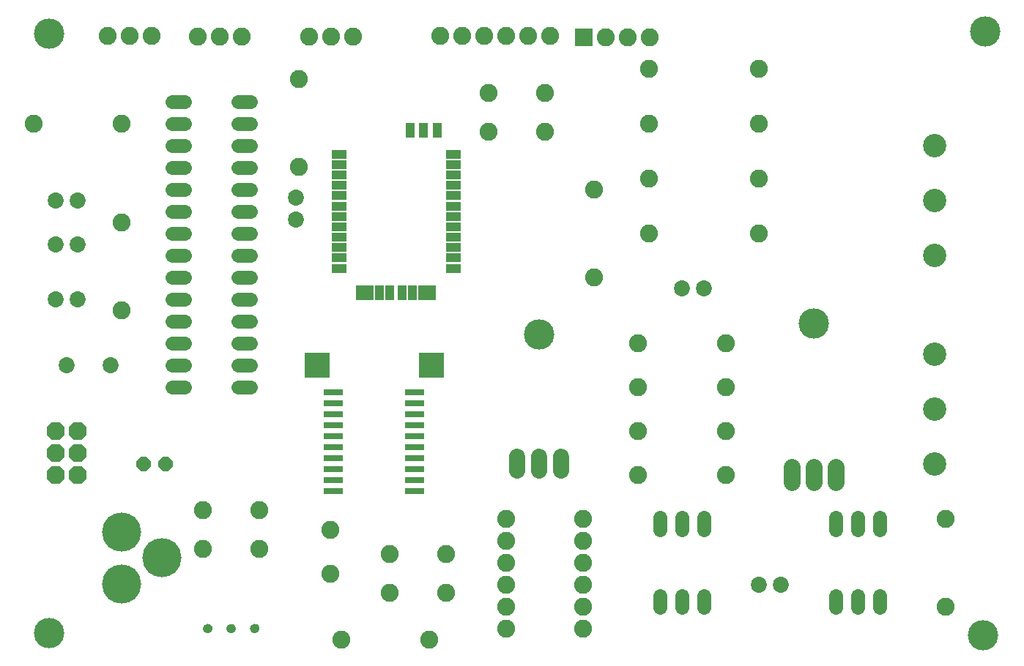
<source format=gts>
G75*
G70*
%OFA0B0*%
%FSLAX24Y24*%
%IPPOS*%
%LPD*%
%AMOC8*
5,1,8,0,0,1.08239X$1,22.5*
%
%ADD10C,0.0640*%
%ADD11OC8,0.0820*%
%ADD12C,0.0820*%
%ADD13C,0.1780*%
%ADD14C,0.0730*%
%ADD15C,0.0050*%
%ADD16OC8,0.0640*%
%ADD17R,0.0710X0.0395*%
%ADD18R,0.0395X0.0710*%
%ADD19C,0.0720*%
%ADD20C,0.1380*%
%ADD21C,0.0760*%
%ADD22C,0.1064*%
%ADD23R,0.1175X0.1175*%
%ADD24R,0.0860X0.0289*%
%ADD25R,0.0820X0.0820*%
D10*
X007421Y013101D02*
X007981Y013101D01*
X007981Y014101D02*
X007421Y014101D01*
X007421Y015101D02*
X007981Y015101D01*
X007981Y016101D02*
X007421Y016101D01*
X007421Y017101D02*
X007981Y017101D01*
X007981Y018101D02*
X007421Y018101D01*
X007421Y019101D02*
X007981Y019101D01*
X007981Y020101D02*
X007421Y020101D01*
X007421Y021101D02*
X007981Y021101D01*
X007981Y022101D02*
X007421Y022101D01*
X007421Y023101D02*
X007981Y023101D01*
X007981Y024101D02*
X007421Y024101D01*
X007421Y025101D02*
X007981Y025101D01*
X007981Y026101D02*
X007421Y026101D01*
X010421Y026101D02*
X010981Y026101D01*
X010981Y025101D02*
X010421Y025101D01*
X010421Y024101D02*
X010981Y024101D01*
X010981Y023101D02*
X010421Y023101D01*
X010421Y022101D02*
X010981Y022101D01*
X010981Y021101D02*
X010421Y021101D01*
X010421Y020101D02*
X010981Y020101D01*
X010981Y019101D02*
X010421Y019101D01*
X010421Y018101D02*
X010981Y018101D01*
X010981Y017101D02*
X010421Y017101D01*
X010421Y016101D02*
X010981Y016101D01*
X010981Y015101D02*
X010421Y015101D01*
X010421Y014101D02*
X010981Y014101D01*
X010981Y013101D02*
X010421Y013101D01*
X029601Y007161D02*
X029601Y006601D01*
X030601Y006601D02*
X030601Y007161D01*
X031601Y007161D02*
X031601Y006601D01*
X031601Y003601D02*
X031601Y003041D01*
X030601Y003041D02*
X030601Y003601D01*
X029601Y003601D02*
X029601Y003041D01*
X037601Y003041D02*
X037601Y003601D01*
X038601Y003601D02*
X038601Y003041D01*
X039601Y003041D02*
X039601Y003601D01*
X039601Y006601D02*
X039601Y007161D01*
X038601Y007161D02*
X038601Y006601D01*
X037601Y006601D02*
X037601Y007161D01*
D11*
X003101Y009101D03*
X002101Y009101D03*
X002101Y010101D03*
X003101Y010101D03*
X003101Y011101D03*
X002101Y011101D03*
D12*
X008821Y007491D03*
X011381Y007491D03*
X011381Y005711D03*
X008821Y005711D03*
X014601Y006601D03*
X017321Y005491D03*
X017321Y003711D03*
X019881Y003711D03*
X022601Y004101D03*
X022601Y005101D03*
X022601Y006101D03*
X022601Y007101D03*
X019881Y005491D03*
X022601Y003101D03*
X022601Y002101D03*
X019101Y001601D03*
X015101Y001601D03*
X014601Y004601D03*
X026101Y005101D03*
X026101Y006101D03*
X026101Y007101D03*
X028601Y009101D03*
X028601Y011101D03*
X028601Y013101D03*
X028601Y015101D03*
X032601Y015101D03*
X032601Y013101D03*
X032601Y011101D03*
X032601Y009101D03*
X026101Y004101D03*
X026101Y003101D03*
X026101Y002101D03*
X042601Y003101D03*
X042601Y007101D03*
X026601Y018101D03*
X029101Y020101D03*
X026601Y022101D03*
X029101Y022601D03*
X029101Y025101D03*
X029101Y027601D03*
X029134Y029021D03*
X028134Y029021D03*
X027134Y029021D03*
X024601Y029101D03*
X023601Y029101D03*
X022601Y029101D03*
X021601Y029101D03*
X020601Y029101D03*
X019601Y029101D03*
X021821Y026491D03*
X024381Y026491D03*
X024381Y024711D03*
X021821Y024711D03*
X015661Y029071D03*
X014661Y029071D03*
X013661Y029071D03*
X013171Y027121D03*
X010571Y029061D03*
X009571Y029061D03*
X008571Y029061D03*
X006491Y029081D03*
X005491Y029081D03*
X004491Y029081D03*
X005101Y025101D03*
X001101Y025101D03*
X005101Y020601D03*
X005101Y016601D03*
X013171Y023121D03*
X034101Y022601D03*
X034101Y025101D03*
X034101Y027601D03*
X034101Y020101D03*
D13*
X006951Y005313D03*
X005101Y004132D03*
X005101Y006494D03*
D14*
X004601Y014101D03*
X002601Y014101D03*
X003101Y017101D03*
X002101Y017101D03*
X002101Y019601D03*
X003101Y019601D03*
X003101Y021601D03*
X002101Y021601D03*
X013051Y021711D03*
X013051Y020711D03*
X030601Y017601D03*
X031601Y017601D03*
X034101Y004101D03*
X035101Y004101D03*
D15*
X011348Y002101D02*
X011343Y002061D01*
X011329Y002024D01*
X011307Y001991D01*
X011279Y001964D01*
X011245Y001943D01*
X011207Y001931D01*
X011168Y001927D01*
X011129Y001931D01*
X011093Y001945D01*
X011061Y001965D01*
X011033Y001993D01*
X011013Y002026D01*
X011001Y002062D01*
X010997Y002101D01*
X011000Y002139D01*
X011012Y002175D01*
X011032Y002208D01*
X011058Y002236D01*
X011090Y002257D01*
X011126Y002271D01*
X011164Y002276D01*
X011204Y002272D01*
X011242Y002260D01*
X011277Y002239D01*
X011306Y002212D01*
X011328Y002178D01*
X011342Y002141D01*
X011348Y002101D01*
X011347Y002091D02*
X010998Y002091D01*
X011000Y002140D02*
X011342Y002140D01*
X011321Y002188D02*
X011020Y002188D01*
X011059Y002237D02*
X011279Y002237D01*
X011336Y002043D02*
X011008Y002043D01*
X011033Y001994D02*
X011309Y001994D01*
X011249Y001945D02*
X011092Y001945D01*
X010271Y002057D02*
X010257Y002020D01*
X010235Y001987D01*
X010207Y001960D01*
X010173Y001939D01*
X010135Y001927D01*
X010096Y001923D01*
X010057Y001927D01*
X010021Y001941D01*
X009989Y001961D01*
X009961Y001989D01*
X009941Y002022D01*
X009929Y002058D01*
X009925Y002097D01*
X009928Y002135D01*
X009940Y002171D01*
X009960Y002204D01*
X009986Y002232D01*
X010018Y002253D01*
X010054Y002267D01*
X010092Y002272D01*
X010132Y002268D01*
X010170Y002256D01*
X010205Y002235D01*
X010234Y002208D01*
X010256Y002174D01*
X010270Y002137D01*
X010276Y002097D01*
X010271Y002057D01*
X010265Y002043D02*
X009934Y002043D01*
X009925Y002091D02*
X010275Y002091D01*
X010269Y002140D02*
X009930Y002140D01*
X009950Y002188D02*
X010247Y002188D01*
X010202Y002237D02*
X009993Y002237D01*
X009958Y001994D02*
X010240Y001994D01*
X010184Y001945D02*
X010013Y001945D01*
X009201Y002060D02*
X009187Y002023D01*
X009165Y001990D01*
X009137Y001963D01*
X009103Y001942D01*
X009065Y001930D01*
X009026Y001926D01*
X008987Y001930D01*
X008951Y001944D01*
X008919Y001964D01*
X008891Y001992D01*
X008871Y002025D01*
X008859Y002061D01*
X008855Y002100D01*
X008858Y002138D01*
X008870Y002174D01*
X008890Y002207D01*
X008916Y002235D01*
X008948Y002256D01*
X008984Y002270D01*
X009022Y002275D01*
X009062Y002271D01*
X009100Y002259D01*
X009135Y002238D01*
X009164Y002211D01*
X009186Y002177D01*
X009200Y002140D01*
X008859Y002140D01*
X008856Y002091D02*
X009205Y002091D01*
X009206Y002100D02*
X009201Y002060D01*
X009194Y002043D02*
X008865Y002043D01*
X008890Y001994D02*
X009168Y001994D01*
X009109Y001945D02*
X008948Y001945D01*
X008878Y002188D02*
X009179Y002188D01*
X009200Y002140D02*
X009206Y002100D01*
X009136Y002237D02*
X008919Y002237D01*
D16*
X007101Y009601D03*
X006101Y009601D03*
D17*
X015002Y018502D03*
X015002Y018975D03*
X015002Y019447D03*
X015002Y019920D03*
X015002Y020392D03*
X015002Y020865D03*
X015002Y021337D03*
X015002Y021809D03*
X015002Y022282D03*
X015002Y022754D03*
X015002Y023227D03*
X015002Y023699D03*
X020199Y023699D03*
X020199Y023227D03*
X020199Y022754D03*
X020199Y022282D03*
X020199Y021809D03*
X020199Y021337D03*
X020199Y020865D03*
X020199Y020392D03*
X020199Y019920D03*
X020199Y019447D03*
X020199Y018975D03*
X020199Y018502D03*
D18*
X019224Y017400D03*
X018821Y017400D03*
X018349Y017400D03*
X017876Y017400D03*
X017325Y017400D03*
X016853Y017400D03*
X016380Y017400D03*
X015978Y017400D03*
X018231Y024802D03*
X018861Y024802D03*
X019491Y024802D03*
D19*
X023101Y009921D02*
X023101Y009281D01*
X024101Y009281D02*
X024101Y009921D01*
X025101Y009921D02*
X025101Y009281D01*
D20*
X001801Y001901D03*
X024101Y015501D03*
X036601Y016001D03*
X044401Y029301D03*
X044301Y001801D03*
X001801Y029201D03*
D21*
X035601Y009441D02*
X035601Y008761D01*
X036601Y008761D02*
X036601Y009441D01*
X037601Y009441D02*
X037601Y008761D01*
D22*
X042101Y009601D03*
X042101Y012101D03*
X042101Y014601D03*
X042101Y019101D03*
X042101Y021601D03*
X042101Y024101D03*
D23*
X019201Y014101D03*
X014001Y014101D03*
D24*
X014756Y012851D03*
X014756Y012351D03*
X014756Y011851D03*
X014756Y011351D03*
X014756Y010851D03*
X014756Y010351D03*
X014756Y009851D03*
X014756Y009351D03*
X014756Y008851D03*
X014756Y008351D03*
X018445Y008351D03*
X018445Y008851D03*
X018445Y009351D03*
X018445Y009851D03*
X018445Y010351D03*
X018445Y010851D03*
X018445Y011351D03*
X018445Y011851D03*
X018445Y012351D03*
X018445Y012851D03*
D25*
X026134Y029021D03*
M02*

</source>
